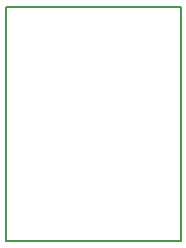
<source format=gm1>
G04 MADE WITH FRITZING*
G04 WWW.FRITZING.ORG*
G04 DOUBLE SIDED*
G04 HOLES PLATED*
G04 CONTOUR ON CENTER OF CONTOUR VECTOR*
%ASAXBY*%
%FSLAX23Y23*%
%MOIN*%
%OFA0B0*%
%SFA1.0B1.0*%
%ADD10R,0.590551X0.787402*%
%ADD11C,0.008000*%
%ADD10C,0.008*%
%LNCONTOUR*%
G90*
G70*
G54D10*
G54D11*
X4Y783D02*
X587Y783D01*
X587Y4D01*
X4Y4D01*
X4Y783D01*
D02*
G04 End of contour*
M02*
</source>
